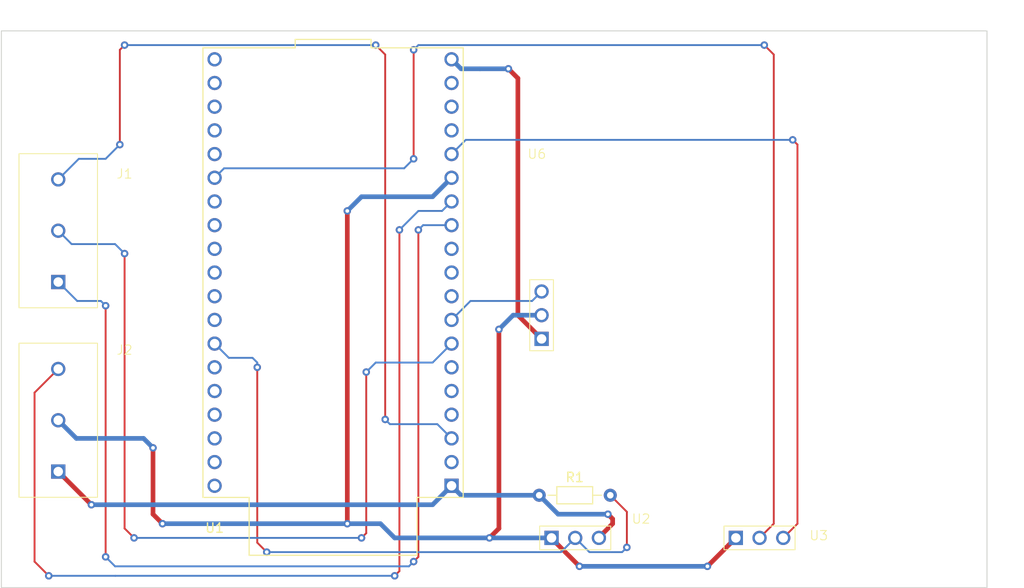
<source format=kicad_pcb>
(kicad_pcb (version 20221018) (generator pcbnew)
  (layers (0 "F.Cu" signal) (31 "B.Cu" signal) (34 "B.Paste" user) (35 "F.Paste" user) (36 "B.SilkS" user "B.Silkscreen") (37 "F.SilkS" user "F.Silkscreen") (38 "B.Mask" user) (39 "F.Mask" user) (44 "Edge.Cuts" user))
  (net 0 "")
  (net 1 "+5V")
  (net 2 "/Temp_out")
  (net 3 "GND")
  (net 4 "+3.3V")
  (net 5 "/UV_out")
  (net 6 "/Brightness_out")
  (net 7 "/UV_ref")
  (net 8 "/Water_temp_out")
  (net 9 "/Turbidity_out")
  (net 17 "/Water_level_out")
  (net 37 "/Water_Level_Power")
  (footprint "Diplomna:DS18B20_3dmodel" (layer "F.Cu") (at 149.352 84.328 90)
    (fp_text reference "U6" (at 12.192 -3.048 unlocked) (layer "F.SilkS") (effects (font (thickness 0.1))))
    (fp_text value "SEN0189 Turbidity_sensor")
    (fp_rect (start -8.89 -3.81) (end -1.27 -1.27) (stroke (width 0.1)) (fill none) (layer "F.SilkS"))
    (pad "1" thru_hole rect (at -7.62 -2.54 90) (size 1.53 1.53) (drill 1.02) (layers "*.Cu" "*.Mask") (net 1 "+5V"))
    (pad "2" thru_hole circle (at -5.08 -2.54 90) (size 1.53 1.53) (drill 1.02) (layers "*.Cu" "*.Mask") (net 3 "GND"))
    (pad "3" thru_hole circle (at -2.54 -2.54 90) (size 1.53 1.53) (drill 1.02) (layers "*.Cu" "*.Mask") (net 9 "/Turbidity_out"))
  )
  (footprint "MountingHole:MountingHole_2.5mm" (layer "F.Cu") (at 190.5 102.616)
    (fp_text reference "REF**" hide)
    (fp_text value "MountingHole_2.5mm")
    (pad "" np_thru_hole circle (at 0 0) (size 2.5 2.5) (drill 2.5) (layers "F&B.Cu" "*.Mask"))
  )
  (footprint "Diplomna:connector_3p" (layer "F.Cu") (at 94.996 80.352 90)
    (fp_text reference "J1" (at 6.096 7.112 unlocked) (layer "F.SilkS") (effects (font (thickness 0.1))))
    (fp_text value "Conn_01x03_Pin")
    (fp_rect (start -8.26 -4.206) (end 8.26 4.206) (stroke (width 0.1)) (fill none) (layer "F.SilkS"))
    (pad "1" thru_hole rect (at -5.5 0 90) (size 1.53 1.53) (drill 1.02) (layers "*.Cu" "*.Mask") (net 2 "/Temp_out"))
    (pad "2" thru_hole circle (at 0 0 90) (size 1.53 1.53) (drill 1.02) (layers "*.Cu" "*.Mask") (net 5 "/UV_out"))
    (pad "3" thru_hole circle (at 5.5 0 90) (size 1.53 1.53) (drill 1.02) (layers "*.Cu" "*.Mask") (net 6 "/Brightness_out"))
  )
  (footprint "Diplomna:MODULE_ESP32-DEVKITC" (layer "F.Cu") (at 124.46 84.846 180)
    (fp_text reference "U1" (at 12.7 -27.38) (layer "F.SilkS"))
    (fp_text value "Olimex esp32")
    (fp_line (start -13.95 -24.1) (end -13.95 24.1) (stroke (width 0.127)) (layer "F.SilkS"))
    (fp_line (start -13.95 24.1) (end -4.07 24.1) (stroke (width 0.127)) (layer "F.SilkS"))
    (fp_line (start -9 -30.3) (end 9 -30.3) (stroke (width 0.127)) (layer "F.SilkS"))
    (fp_line (start -9 -24.1) (end -13.95 -24.1) (stroke (width 0.127)) (layer "F.SilkS"))
    (fp_line (start -9 -24.1) (end -9 -30.3) (stroke (width 0.127)) (layer "F.SilkS"))
    (fp_line (start -4.07 24.1) (end -4.07 25) (stroke (width 0.127)) (layer "F.SilkS"))
    (fp_line (start -4.07 25) (end 4.06 25) (stroke (width 0.127)) (layer "F.SilkS"))
    (fp_line (start 4.06 24.1) (end 13.95 24.1) (stroke (width 0.127)) (layer "F.SilkS"))
    (fp_line (start 4.06 25) (end 4.06 24.1) (stroke (width 0.127)) (layer "F.SilkS"))
    (fp_line (start 9 -30.3) (end 9 -24.1) (stroke (width 0.127)) (layer "F.SilkS"))
    (fp_line (start 13.95 -24.1) (end 9 -24.1) (stroke (width 0.127)) (layer "F.SilkS"))
    (fp_line (start 13.95 24.1) (end 13.95 -24.1) (stroke (width 0.127)) (layer "F.SilkS"))
    (pad "1" thru_hole rect (at -12.7 -22.85 180) (size 1.53 1.53) (drill 1.02) (layers "*.Cu" "*.Mask") (net 4 "+3.3V"))
    (pad "2" thru_hole circle (at -12.7 -20.31 180) (size 1.53 1.53) (drill 1.02) (layers "*.Cu" "*.Mask"))
    (pad "3" thru_hole circle (at -12.7 -17.77 180) (size 1.53 1.53) (drill 1.02) (layers "*.Cu" "*.Mask") (net 6 "/Brightness_out"))
    (pad "4" thru_hole circle (at -12.7 -15.23 180) (size 1.53 1.53) (drill 1.02) (layers "*.Cu" "*.Mask"))
    (pad "5" thru_hole circle (at -12.7 -12.69 180) (size 1.53 1.53) (drill 1.02) (layers "*.Cu" "*.Mask"))
    (pad "6" thru_hole circle (at -12.7 -10.15 180) (size 1.53 1.53) (drill 1.02) (layers "*.Cu" "*.Mask"))
    (pad "7" thru_hole circle (at -12.7 -7.61 180) (size 1.53 1.53) (drill 1.02) (layers "*.Cu" "*.Mask") (net 5 "/UV_out"))
    (pad "8" thru_hole circle (at -12.7 -5.07 180) (size 1.53 1.53) (drill 1.02) (layers "*.Cu" "*.Mask") (net 9 "/Turbidity_out"))
    (pad "9" thru_hole circle (at -12.7 -2.53 180) (size 1.53 1.53) (drill 1.02) (layers "*.Cu" "*.Mask"))
    (pad "10" thru_hole circle (at -12.7 0.01 180) (size 1.53 1.53) (drill 1.02) (layers "*.Cu" "*.Mask"))
    (pad "11" thru_hole circle (at -12.7 2.55 180) (size 1.53 1.53) (drill 1.02) (layers "*.Cu" "*.Mask"))
    (pad "12" thru_hole circle (at -12.7 5.09 180) (size 1.53 1.53) (drill 1.02) (layers "*.Cu" "*.Mask") (net 2 "/Temp_out"))
    (pad "13" thru_hole circle (at -12.7 7.63 180) (size 1.53 1.53) (drill 1.02) (layers "*.Cu" "*.Mask") (net 7 "/UV_ref"))
    (pad "14" thru_hole circle (at -12.7 10.17 180) (size 1.53 1.53) (drill 1.02) (layers "*.Cu" "*.Mask") (net 3 "GND"))
    (pad "15" thru_hole circle (at -12.7 12.71 180) (size 1.53 1.53) (drill 1.02) (layers "*.Cu" "*.Mask") (net 17 "/Water_level_out"))
    (pad "16" thru_hole circle (at -12.7 15.25 180) (size 1.53 1.53) (drill 1.02) (layers "*.Cu" "*.Mask"))
    (pad "17" thru_hole circle (at -12.7 17.79 180) (size 1.53 1.53) (drill 1.02) (layers "*.Cu" "*.Mask"))
    (pad "18" thru_hole circle (at -12.7 20.33 180) (size 1.53 1.53) (drill 1.02) (layers "*.Cu" "*.Mask"))
    (pad "19" thru_hole circle (at -12.7 22.87 180) (size 1.53 1.53) (drill 1.02) (layers "*.Cu" "*.Mask") (net 1 "+5V"))
    (pad "20" thru_hole circle (at 12.7 22.87 180) (size 1.53 1.53) (drill 1.02) (layers "*.Cu" "*.Mask"))
    (pad "21" thru_hole circle (at 12.7 20.33 180) (size 1.53 1.53) (drill 1.02) (layers "*.Cu" "*.Mask"))
    (pad "22" thru_hole circle (at 12.7 17.79 180) (size 1.53 1.53) (drill 1.02) (layers "*.Cu" "*.Mask"))
    (pad "23" thru_hole circle (at 12.7 15.25 180) (size 1.53 1.53) (drill 1.02) (layers "*.Cu" "*.Mask"))
    (pad "24" thru_hole circle (at 12.7 12.71 180) (size 1.53 1.53) (drill 1.02) (layers "*.Cu" "*.Mask"))
    (pad "25" thru_hole circle (at 12.7 10.17 180) (size 1.53 1.53) (drill 1.02) (layers "*.Cu" "*.Mask") (net 37 "/Water_Level_Power"))
    (pad "26" thru_hole circle (at 12.7 7.63 180) (size 1.53 1.53) (drill 1.02) (layers "*.Cu" "*.Mask"))
    (pad "27" thru_hole circle (at 12.7 5.09 180) (size 1.53 1.53) (drill 1.02) (layers "*.Cu" "*.Mask"))
    (pad "28" thru_hole circle (at 12.7 2.55 180) (size 1.53 1.53) (drill 1.02) (layers "*.Cu" "*.Mask"))
    (pad "29" thru_hole circle (at 12.7 0.01 180) (size 1.53 1.53) (drill 1.02) (layers "*.Cu" "*.Mask"))
    (pad "30" thru_hole circle (at 12.7 -2.53 180) (size 1.53 1.53) (drill 1.02) (layers "*.Cu" "*.Mask"))
    (pad "31" thru_hole circle (at 12.7 -5.07 180) (size 1.53 1.53) (drill 1.02) (layers "*.Cu" "*.Mask"))
    (pad "32" thru_hole circle (at 12.7 -7.61 180) (size 1.53 1.53) (drill 1.02) (layers "*.Cu" "*.Mask") (net 8 "/Water_temp_out"))
    (pad "33" thru_hole circle (at 12.7 -10.15 180) (size 1.53 1.53) (drill 1.02) (layers "*.Cu" "*.Mask"))
    (pad "34" thru_hole circle (at 12.7 -12.69 180) (size 1.53 1.53) (drill 1.02) (layers "*.Cu" "*.Mask"))
    (pad "35" thru_hole circle (at 12.7 -15.23 180) (size 1.53 1.53) (drill 1.02) (layers "*.Cu" "*.Mask"))
    (pad "36" thru_hole circle (at 12.7 -17.77 180) (size 1.53 1.53) (drill 1.02) (layers "*.Cu" "*.Mask"))
    (pad "37" thru_hole circle (at 12.7 -20.31 180) (size 1.53 1.53) (drill 1.02) (layers "*.Cu" "*.Mask"))
    (pad "38" thru_hole circle (at 12.7 -22.85 180) (size 1.53 1.53) (drill 1.02) (layers "*.Cu" "*.Mask"))
  )
  (footprint "MountingHole:MountingHole_2.5mm" (layer "F.Cu") (at 190.5 77.724)
    (fp_text reference "REF**" hide)
    (fp_text value "MountingHole_2.5mm")
    (pad "" np_thru_hole circle (at 0 0) (size 2.5 2.5) (drill 2.5) (layers "F&B.Cu" "*.Mask"))
  )
  (footprint "Diplomna:connector_3p" (layer "F.Cu") (at 94.996 100.672 90)
    (fp_text reference "J2" (at 7.532 7.112 unlocked) (layer "F.SilkS") (effects (font (thickness 0.1))))
    (fp_text value "Conn_01x03_Pin")
    (fp_rect (start -8.26 -4.206) (end 8.26 4.206) (stroke (width 0.1)) (fill none) (layer "F.SilkS"))
    (pad "1" thru_hole rect (at -5.5 0 90) (size 1.53 1.53) (drill 1.02) (layers "*.Cu" "*.Mask") (net 4 "+3.3V"))
    (pad "2" thru_hole circle (at 0 0 90) (size 1.53 1.53) (drill 1.02) (layers "*.Cu" "*.Mask") (net 3 "GND"))
    (pad "3" thru_hole circle (at 5.5 0 90) (size 1.53 1.53) (drill 1.02) (layers "*.Cu" "*.Mask") (net 7 "/UV_ref"))
  )
  (footprint "Diplomna:DS18B20_3dmodel" (layer "F.Cu") (at 155.4988 115.824)
    (fp_text reference "U2" (at 1.9812 -4.572 unlocked) (layer "F.SilkS") (effects (font (thickness 0.1))))
    (fp_text value "DS18B20")
    (fp_rect (start -8.89 -3.81) (end -1.27 -1.27) (stroke (width 0.1)) (fill none) (layer "F.SilkS"))
    (pad "1" thru_hole rect (at -7.62 -2.54) (size 1.53 1.53) (drill 1.02) (layers "*.Cu" "*.Mask") (net 3 "GND"))
    (pad "2" thru_hole circle (at -5.08 -2.54) (size 1.53 1.53) (drill 1.02) (layers "*.Cu" "*.Mask") (net 8 "/Water_temp_out"))
    (pad "3" thru_hole circle (at -2.54 -2.54) (size 1.53 1.53) (drill 1.02) (layers "*.Cu" "*.Mask") (net 4 "+3.3V"))
  )
  (footprint "MountingHole:MountingHole_2.5mm" (layer "F.Cu") (at 154.94 102.616)
    (fp_text reference "REF**" hide)
    (fp_text value "MountingHole_2.5mm")
    (pad "" np_thru_hole circle (at 0 0) (size 2.5 2.5) (drill 2.5) (layers "*.Cu" "*.Mask"))
  )
  (footprint "Diplomna:DS18B20_3dmodel" (layer "F.Cu") (at 175.26 115.824)
    (fp_text reference "U3" (at 1.27 -2.794 unlocked) (layer "F.SilkS") (effects (font (thickness 0.1))))
    (fp_text value "Water level")
    (fp_rect (start -8.89 -3.81) (end -1.27 -1.27) (stroke (width 0.1)) (fill none) (layer "F.SilkS"))
    (pad "1" thru_hole rect (at -7.62 -2.54) (size 1.53 1.53) (drill 1.02) (layers "*.Cu" "*.Mask") (net 3 "GND"))
    (pad "2" thru_hole circle (at -5.08 -2.54) (size 1.53 1.53) (drill 1.02) (layers "*.Cu" "*.Mask") (net 37 "/Water_Level_Power"))
    (pad "3" thru_hole circle (at -2.54 -2.54) (size 1.53 1.53) (drill 1.02) (layers "*.Cu" "*.Mask") (net 17 "/Water_level_out"))
  )
  (footprint "MountingHole:MountingHole_2.5mm" (layer "F.Cu") (at 154.94 77.724)
    (fp_text reference "REF**" hide)
    (fp_text value "MountingHole_2.5mm")
    (pad "" np_thru_hole circle (at 0 0) (size 2.5 2.5) (drill 2.5) (layers "F&B.Cu" "*.Mask"))
  )
  (footprint "Resistor_THT:R_Axial_DIN0204_L3.6mm_D1.6mm_P7.62mm_Horizontal" (layer "F.Cu") (at 146.558 108.712)
    (fp_text reference "R1" (at 3.81 -1.92) (layer "F.SilkS"))
    (fp_text value "2.2k")
    (fp_line (start 0.94 0) (end 1.89 0) (stroke (width 0.12)) (layer "F.SilkS"))
    (fp_line (start 1.89 -0.92) (end 1.89 0.92) (stroke (width 0.12)) (layer "F.SilkS"))
    (fp_line (start 1.89 0.92) (end 5.73 0.92) (stroke (width 0.12)) (layer "F.SilkS"))
    (fp_line (start 5.73 -0.92) (end 1.89 -0.92) (stroke (width 0.12)) (layer "F.SilkS"))
    (fp_line (start 5.73 0.92) (end 5.73 -0.92) (stroke (width 0.12)) (layer "F.SilkS"))
    (fp_line (start 6.68 0) (end 5.73 0) (stroke (width 0.12)) (layer "F.SilkS"))
    (pad "1" thru_hole circle (at 0 0) (size 1.4 1.4) (drill 0.7) (layers "*.Cu" "*.Mask") (net 4 "+3.3V"))
    (pad "2" thru_hole oval (at 7.62 0) (size 1.4 1.4) (drill 0.7) (layers "*.Cu" "*.Mask") (net 8 "/Water_temp_out"))
  )
  (gr_rect (start 88.9 58.928) (end 194.564 118.618) (stroke (width 0.1)) (fill none) (layer "Edge.Cuts"))
  (segment (start 144.272 64.008) (end 143.256 62.992) (width 0.5) (layer "F.Cu") (net 1))
  (segment (start 146.812 91.948) (end 144.272 89.408) (width 0.5) (layer "F.Cu") (net 1))
  (segment (start 144.272 89.408) (end 144.272 64.008) (width 0.5) (layer "F.Cu") (net 1))
  (via (at 143.256 62.992) (size 0.8) (drill 0.4) (layers "F.Cu" "B.Cu") (net 1))
  (segment (start 137.16 61.976) (end 138.176 62.992) (width 0.5) (layer "B.Cu") (net 1))
  (segment (start 138.176 62.992) (end 140.208 62.992) (width 0.5) (layer "B.Cu") (net 1))
  (segment (start 140.208 62.992) (end 143.256 62.992) (width 0.5) (layer "B.Cu") (net 1))
  (segment (start 133.604 80.264) (end 133.604 115.316) (width 0.2) (layer "F.Cu") (net 2))
  (segment (start 133.604 115.316) (end 133.096 115.824) (width 0.2) (layer "F.Cu") (net 2))
  (segment (start 100.076 88.392) (end 100.076 115.316) (width 0.2) (layer "F.Cu") (net 2))
  (via (at 133.096 115.824) (size 0.8) (drill 0.4) (layers "F.Cu" "B.Cu") (net 2))
  (via (at 100.076 115.316) (size 0.8) (drill 0.4) (layers "F.Cu" "B.Cu") (net 2))
  (via (at 133.604 80.264) (size 0.8) (drill 0.4) (layers "F.Cu" "B.Cu") (net 2))
  (via (at 100.076 88.392) (size 0.8) (drill 0.4) (layers "F.Cu" "B.Cu") (net 2))
  (segment (start 133.096 115.824) (end 132.588 116.332) (width 0.2) (layer "B.Cu") (net 2))
  (segment (start 132.588 116.332) (end 101.092 116.332) (width 0.2) (layer "B.Cu") (net 2))
  (segment (start 99.568 87.884) (end 100.076 88.392) (width 0.2) (layer "B.Cu") (net 2))
  (segment (start 134.112 79.756) (end 133.604 80.264) (width 0.2) (layer "B.Cu") (net 2))
  (segment (start 94.996 85.852) (end 97.028 87.884) (width 0.2) (layer "B.Cu") (net 2))
  (segment (start 101.092 116.332) (end 100.076 115.316) (width 0.2) (layer "B.Cu") (net 2))
  (segment (start 97.028 87.884) (end 99.568 87.884) (width 0.2) (layer "B.Cu") (net 2))
  (segment (start 137.16 79.756) (end 134.112 79.756) (width 0.2) (layer "B.Cu") (net 2))
  (segment (start 142.24 90.932) (end 142.24 112.268) (width 0.5) (layer "F.Cu") (net 3))
  (segment (start 125.984 78.232) (end 125.984 111.76) (width 0.5) (layer "F.Cu") (net 3))
  (segment (start 105.156 103.632) (end 105.156 110.744) (width 0.5) (layer "F.Cu") (net 3))
  (segment (start 142.24 112.268) (end 141.224 113.284) (width 0.5) (layer "F.Cu") (net 3))
  (segment (start 147.8788 113.3348) (end 150.876 116.332) (width 0.5) (layer "F.Cu") (net 3))
  (segment (start 167.64 113.284) (end 164.592 116.332) (width 0.5) (layer "F.Cu") (net 3))
  (segment (start 147.8788 113.284) (end 147.8788 113.3348) (width 0.5) (layer "F.Cu") (net 3))
  (segment (start 105.156 110.744) (end 106.172 111.76) (width 0.5) (layer "F.Cu") (net 3))
  (via (at 106.172 111.76) (size 0.8) (drill 0.4) (layers "F.Cu" "B.Cu") (net 3))
  (via (at 105.156 103.632) (size 0.8) (drill 0.4) (layers "F.Cu" "B.Cu") (net 3))
  (via (at 141.224 113.284) (size 0.8) (drill 0.4) (layers "F.Cu" "B.Cu") (net 3))
  (via (at 125.984 111.76) (size 0.8) (drill 0.4) (layers "F.Cu" "B.Cu") (net 3))
  (via (at 125.984 78.232) (size 0.8) (drill 0.4) (layers "F.Cu" "B.Cu") (net 3))
  (via (at 142.24 90.932) (size 0.8) (drill 0.4) (layers "F.Cu" "B.Cu") (net 3))
  (via (at 164.592 116.332) (size 0.8) (drill 0.4) (layers "F.Cu" "B.Cu") (net 3))
  (via (at 150.876 116.332) (size 0.8) (drill 0.4) (layers "F.Cu" "B.Cu") (net 3))
  (segment (start 135.128 76.708) (end 127.508 76.708) (width 0.5) (layer "B.Cu") (net 3))
  (segment (start 137.16 74.676) (end 135.128 76.708) (width 0.5) (layer "B.Cu") (net 3))
  (segment (start 106.172 111.76) (end 129.54 111.76) (width 0.5) (layer "B.Cu") (net 3))
  (segment (start 129.54 111.76) (end 131.064 113.284) (width 0.5) (layer "B.Cu") (net 3))
  (segment (start 96.94 102.616) (end 104.14 102.616) (width 0.5) (layer "B.Cu") (net 3))
  (segment (start 94.996 100.672) (end 96.94 102.616) (width 0.5) (layer "B.Cu") (net 3))
  (segment (start 143.764 89.408) (end 142.24 90.932) (width 0.5) (layer "B.Cu") (net 3))
  (segment (start 131.064 113.284) (end 147.8788 113.284) (width 0.5) (layer "B.Cu") (net 3))
  (segment (start 104.14 102.616) (end 105.156 103.632) (width 0.5) (layer "B.Cu") (net 3))
  (segment (start 164.592 116.332) (end 150.9268 116.332) (width 0.5) (layer "B.Cu") (net 3))
  (segment (start 146.812 89.408) (end 143.764 89.408) (width 0.5) (layer "B.Cu") (net 3))
  (segment (start 127.508 76.708) (end 125.984 78.232) (width 0.5) (layer "B.Cu") (net 3))
  (segment (start 154.432 111.76) (end 154.432 111.252) (width 0.5) (layer "F.Cu") (net 4))
  (segment (start 94.996 106.172) (end 98.552 109.728) (width 0.5) (layer "F.Cu") (net 4))
  (segment (start 154.432 111.252) (end 153.924 110.744) (width 0.5) (layer "F.Cu") (net 4))
  (segment (start 152.9588 113.2332) (end 154.432 111.76) (width 0.5) (layer "F.Cu") (net 4))
  (via (at 153.924 110.744) (size 0.8) (drill 0.4) (layers "F.Cu" "B.Cu") (net 4))
  (via (at 98.552 109.728) (size 0.8) (drill 0.4) (layers "F.Cu" "B.Cu") (net 4))
  (segment (start 135.128 109.728) (end 137.16 107.696) (width 0.5) (layer "B.Cu") (net 4))
  (segment (start 138.176 108.712) (end 146.558 108.712) (width 0.5) (layer "B.Cu") (net 4))
  (segment (start 148.59 110.744) (end 146.558 108.712) (width 0.5) (layer "B.Cu") (net 4))
  (segment (start 137.16 107.696) (end 138.176 108.712) (width 0.5) (layer "B.Cu") (net 4))
  (segment (start 153.924 110.744) (end 148.59 110.744) (width 0.5) (layer "B.Cu") (net 4))
  (segment (start 98.552 109.728) (end 135.128 109.728) (width 0.5) (layer "B.Cu") (net 4))
  (segment (start 128.016 112.776) (end 128.016 95.504) (width 0.2) (layer "F.Cu") (net 5))
  (segment (start 102.108 112.268) (end 103.124 113.284) (width 0.2) (layer "F.Cu") (net 5))
  (segment (start 127.508 113.284) (end 128.016 112.776) (width 0.2) (layer "F.Cu") (net 5))
  (segment (start 102.108 82.804) (end 102.108 112.268) (width 0.2) (layer "F.Cu") (net 5))
  (via (at 103.124 113.284) (size 0.8) (drill 0.4) (layers "F.Cu" "B.Cu") (net 5))
  (via (at 102.108 82.804) (size 0.8) (drill 0.4) (layers "F.Cu" "B.Cu") (net 5))
  (via (at 128.016 95.504) (size 0.8) (drill 0.4) (layers "F.Cu" "B.Cu") (net 5))
  (via (at 127.508 113.284) (size 0.8) (drill 0.4) (layers "F.Cu" "B.Cu") (net 5))
  (segment (start 127.508 113.284) (end 103.124 113.284) (width 0.2) (layer "B.Cu") (net 5))
  (segment (start 137.16 92.456) (end 135.128 94.488) (width 0.2) (layer "B.Cu") (net 5))
  (segment (start 94.996 80.352) (end 96.432 81.788) (width 0.2) (layer "B.Cu") (net 5))
  (segment (start 96.432 81.788) (end 101.092 81.788) (width 0.2) (layer "B.Cu") (net 5))
  (segment (start 101.092 81.788) (end 102.108 82.804) (width 0.2) (layer "B.Cu") (net 5))
  (segment (start 135.128 94.488) (end 129.032 94.488) (width 0.2) (layer "B.Cu") (net 5))
  (segment (start 129.032 94.488) (end 128.016 95.504) (width 0.2) (layer "B.Cu") (net 5))
  (segment (start 101.6 60.96) (end 102.108 60.452) (width 0.2) (layer "F.Cu") (net 6))
  (segment (start 130.048 100.584) (end 130.048 61.468) (width 0.2) (layer "F.Cu") (net 6))
  (segment (start 130.048 61.468) (end 129.032 60.452) (width 0.2) (layer "F.Cu") (net 6))
  (segment (start 101.6 71.12) (end 101.6 60.96) (width 0.2) (layer "F.Cu") (net 6))
  (via (at 129.032 60.452) (size 0.8) (drill 0.4) (layers "F.Cu" "B.Cu") (net 6))
  (via (at 130.048 100.584) (size 0.8) (drill 0.4) (layers "F.Cu" "B.Cu") (net 6))
  (via (at 102.108 60.452) (size 0.8) (drill 0.4) (layers "F.Cu" "B.Cu") (net 6))
  (via (at 101.6 71.12) (size 0.8) (drill 0.4) (layers "F.Cu" "B.Cu") (net 6))
  (segment (start 137.16 102.616) (end 135.636 101.092) (width 0.2) (layer "B.Cu") (net 6))
  (segment (start 135.636 101.092) (end 130.556 101.092) (width 0.2) (layer "B.Cu") (net 6))
  (segment (start 130.556 101.092) (end 130.048 100.584) (width 0.2) (layer "B.Cu") (net 6))
  (segment (start 100.076 72.644) (end 101.6 71.12) (width 0.2) (layer "B.Cu") (net 6))
  (segment (start 129.032 60.452) (end 102.108 60.452) (width 0.2) (layer "B.Cu") (net 6))
  (segment (start 94.996 74.852) (end 97.204 72.644) (width 0.2) (layer "B.Cu") (net 6))
  (segment (start 97.204 72.644) (end 100.076 72.644) (width 0.2) (layer "B.Cu") (net 6))
  (segment (start 92.456 115.824) (end 93.98 117.348) (width 0.2) (layer "F.Cu") (net 7))
  (segment (start 94.996 95.172) (end 92.456 97.712) (width 0.2) (layer "F.Cu") (net 7))
  (segment (start 131.572 80.264) (end 131.572 116.84) (width 0.2) (layer "F.Cu") (net 7))
  (segment (start 92.456 97.712) (end 92.456 115.824) (width 0.2) (layer "F.Cu") (net 7))
  (segment (start 131.572 116.84) (end 131.064 117.348) (width 0.2) (layer "F.Cu") (net 7))
  (via (at 131.064 117.348) (size 0.8) (drill 0.4) (layers "F.Cu" "B.Cu") (net 7))
  (via (at 93.98 117.348) (size 0.8) (drill 0.4) (layers "F.Cu" "B.Cu") (net 7))
  (via (at 131.572 80.264) (size 0.8) (drill 0.4) (layers "F.Cu" "B.Cu") (net 7))
  (segment (start 137.16 77.216) (end 136.144 78.232) (width 0.2) (layer "B.Cu") (net 7))
  (segment (start 101.11805 117.348) (end 93.98 117.348) (width 0.2) (layer "B.Cu") (net 7))
  (segment (start 131.064 117.348) (end 101.11805 117.348) (width 0.2) (layer "B.Cu") (net 7))
  (segment (start 133.604 78.232) (end 131.572 80.264) (width 0.2) (layer "B.Cu") (net 7))
  (segment (start 136.144 78.232) (end 133.604 78.232) (width 0.2) (layer "B.Cu") (net 7))
  (segment (start 116.332 94.996) (end 116.332 113.792) (width 0.2) (layer "F.Cu") (net 8))
  (segment (start 155.956 114.3) (end 155.956 110.49) (width 0.2) (layer "F.Cu") (net 8))
  (segment (start 116.332 113.792) (end 117.348 114.808) (width 0.2) (layer "F.Cu") (net 8))
  (segment (start 155.956 110.49) (end 154.178 108.712) (width 0.2) (layer "F.Cu") (net 8))
  (via (at 117.348 114.808) (size 0.8) (drill 0.4) (layers "F.Cu" "B.Cu") (net 8))
  (via (at 116.332 94.996) (size 0.8) (drill 0.4) (layers "F.Cu" "B.Cu") (net 8))
  (via (at 155.956 114.3) (size 0.8) (drill 0.4) (layers "F.Cu" "B.Cu") (net 8))
  (segment (start 113.284 93.98) (end 115.824 93.98) (width 0.2) (layer "B.Cu") (net 8))
  (segment (start 155.448 114.808) (end 155.956 114.3) (width 0.2) (layer "B.Cu") (net 8))
  (segment (start 151.9428 114.808) (end 155.448 114.808) (width 0.2) (layer "B.Cu") (net 8))
  (segment (start 148.8948 114.808) (end 117.348 114.808) (width 0.2) (layer "B.Cu") (net 8))
  (segment (start 116.332 94.488) (end 116.332 94.996) (width 0.2) (layer "B.Cu") (net 8))
  (segment (start 150.4188 113.284) (end 151.9428 114.808) (width 0.2) (layer "B.Cu") (net 8))
  (segment (start 111.76 92.456) (end 113.284 93.98) (width 0.2) (layer "B.Cu") (net 8))
  (segment (start 150.4188 113.284) (end 148.8948 114.808) (width 0.2) (layer "B.Cu") (net 8))
  (segment (start 115.824 93.98) (end 116.332 94.488) (width 0.2) (layer "B.Cu") (net 8))
  (segment (start 146.812 86.868) (end 145.796 87.884) (width 0.2) (layer "B.Cu") (net 9))
  (segment (start 139.192 87.884) (end 137.16 89.916) (width 0.2) (layer "B.Cu") (net 9))
  (segment (start 145.796 87.884) (end 139.192 87.884) (width 0.2) (layer "B.Cu") (net 9))
  (segment (start 172.72 113.284) (end 174.244 111.76) (width 0.2) (layer "F.Cu") (net 17))
  (segment (start 174.244 111.76) (end 174.244 71.12) (width 0.2) (layer "F.Cu") (net 17))
  (segment (start 174.244 71.12) (end 173.736 70.612) (width 0.2) (layer "F.Cu") (net 17))
  (via (at 173.736 70.612) (size 0.8) (drill 0.4) (layers "F.Cu" "B.Cu") (net 17))
  (segment (start 138.684 70.612) (end 173.736 70.612) (width 0.2) (layer "B.Cu") (net 17))
  (segment (start 137.16 72.136) (end 138.684 70.612) (width 0.2) (layer "B.Cu") (net 17))
  (segment (start 171.704 111.76) (end 171.704 61.468) (width 0.2) (layer "F.Cu") (net 37))
  (segment (start 133.096 72.644) (end 133.096 60.96) (width 0.2) (layer "F.Cu") (net 37))
  (segment (start 171.704 61.468) (end 170.688 60.452) (width 0.2) (layer "F.Cu") (net 37))
  (segment (start 170.18 113.284) (end 171.704 111.76) (width 0.2) (layer "F.Cu") (net 37))
  (via (at 170.688 60.452) (size 0.8) (drill 0.4) (layers "F.Cu" "B.Cu") (net 37))
  (via (at 133.096 72.644) (size 0.8) (drill 0.4) (layers "F.Cu" "B.Cu") (net 37))
  (via (at 133.096 60.96) (size 0.8) (drill 0.4) (layers "F.Cu" "B.Cu") (net 37))
  (segment (start 132.08 73.66) (end 133.096 72.644) (width 0.2) (layer "B.Cu") (net 37))
  (segment (start 112.776 73.66) (end 132.08 73.66) (width 0.2) (layer "B.Cu") (net 37))
  (segment (start 111.76 74.676) (end 112.776 73.66) (width 0.2) (layer "B.Cu") (net 37))
  (segment (start 133.604 60.452) (end 133.096 60.96) (width 0.2) (layer "B.Cu") (net 37))
  (segment (start 170.688 60.452) (end 133.604 60.452) (width 0.2) (layer "B.Cu") (net 37))
)
</source>
